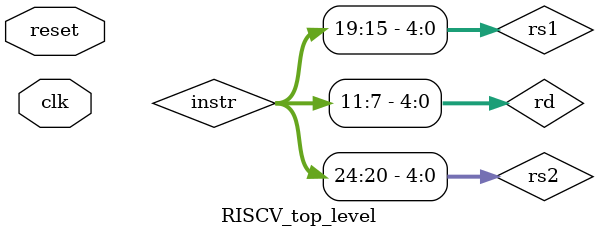
<source format=v>
module RISCV_top_level (
    clk,
    reset
);
    input clk;
    input reset;

    wire [31:0] pc, next_pc, instr;
    wire [4:0] rs1, rs2, rd;
    wire [31:0] reg_data1, reg_data2, write_data;
    wire [31:0] imm_ext;
    wire [3:0] alu_control;
    wire [31:0] alu_result;
    wire alu_zero;

    wire [1:0] alu_src;
    wire mem_to_reg, reg_write, mem_read, mem_write, branch, jump;
    wire [1:0] pc_src;

    wire [1:0] alu_op;
    wire [31:0] alu_src2;
    wire [31:0] mem_out;

    // Instruction memory
    IMEM imem (
        .addr(pc),
        .instr(instr)
    );

    // Program Counter
    Program_Counter pc_reg (
        .clk(clk),
        .reset(reset),
        .next_pc(next_pc),
        .pc(pc)
    );

    assign rs1 = instr[19:15];
    assign rs2 = instr[24:20];
    assign rd  = instr[11:7];

    // Register File
    RegisterFile regfile (
        .clk(clk),
        .we(reg_write),
        .rs1(rs1),
        .rs2(rs2),
        .rd(rd),
        .rd_data(write_data),
        .rs1_data(reg_data1),
        .rs2_data(reg_data2)
    );

    // Immediate Generator
    Imm_Gen immgen (
        .instr(instr),
        .imm_out(imm_ext)
    );

    // ALU Decoder
    ALU_decoder alu_dec (
        .funct3(instr[14:12]),
        .funct7(instr[30]),
        .alu_op(alu_op),
        .alu_control(alu_control)
    );

    // Control Unit
    control_unit ctrl (
        .opcode(instr[6:0]),
        .alu_op(alu_op),
        .alu_src(alu_src),
        .mem_to_reg(mem_to_reg),
        .reg_write(reg_write),
        .mem_read(mem_read),
        .mem_write(mem_write),
        .branch(branch),
        .jump(jump),
        .pc_src(pc_src)
    );

    // ALU source mux
    assign alu_src2 = (alu_src == 2'b00) ? reg_data2 :
                      (alu_src == 2'b01) ? imm_ext : 32'b0;

    // ALU
    ALU alu (
        .src1(reg_data1),
        .src2(alu_src2),
        .alu_control(alu_control),
        .result(alu_result),
        .zero(alu_zero)
    );

    // Branch comparator
    Branch_Comp branch_comp (
        .rs1(reg_data1),
        .rs2(reg_data2),
        .branch(branch),
        .zero(alu_zero)
    );

    // Data memory
    DMEM dmem (
        .clk(clk),
        .addr(alu_result),
        .write_data(reg_data2),
        .mem_read(mem_read),
        .mem_write(mem_write),
        .read_data(mem_out)
    );

    // Write-back mux
    assign write_data = mem_to_reg ? mem_out : alu_result;

    // Next PC logic
    assign next_pc = (pc_src == 2'b00) ? pc + 4 :
                     (pc_src == 2'b01) ? pc + imm_ext :
                     (pc_src == 2'b10) ? reg_data1 + imm_ext : 32'b0;

endmodule


</source>
